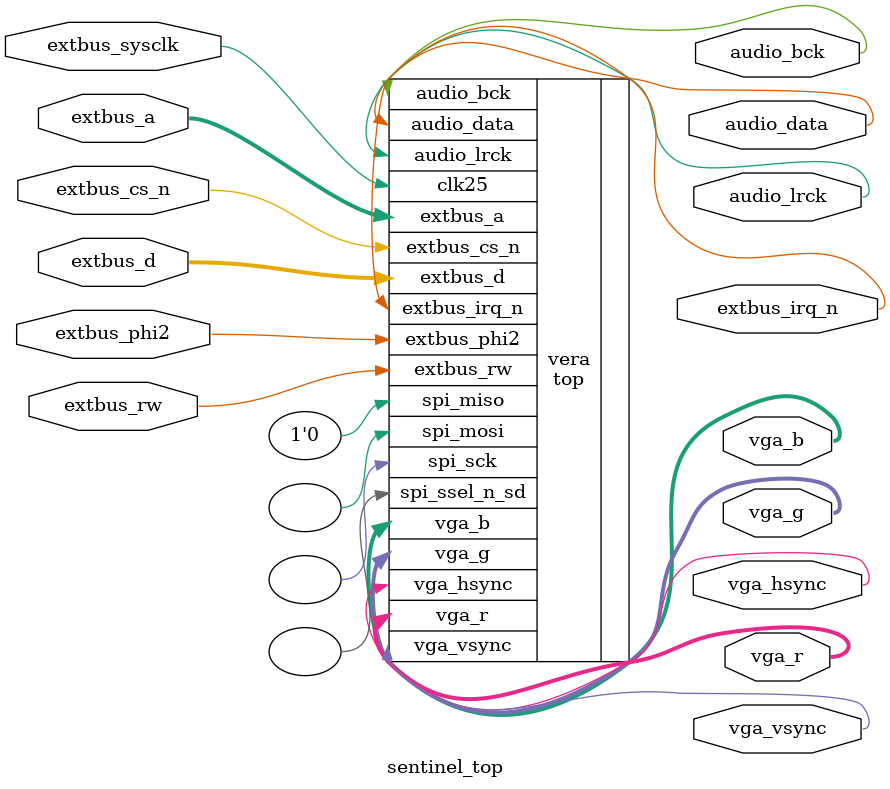
<source format=v>
`define WITH_SENTINEL

module sentinel_top(
    // VGA interface
    output wire [3:0] vga_r,
    output wire [3:0] vga_g,
    output wire [3:0] vga_b,
    output wire       vga_hsync,
    output wire       vga_vsync,

    // Audio output
    output wire       audio_lrck,
    output wire       audio_bck,
    output wire       audio_data,

    // External bus interface
    input  wire       extbus_sysclk,    /* Clock */
    input  wire       extbus_cs_n,   /* Chip Select */
    input  wire       extbus_phi2,     /* PHI2 clock */
    input  wire       extbus_rw,     /* Read/Write Strobe */
    input  wire [4:0] extbus_a,      /* Address */
    inout  wire [7:0] extbus_d,      /* Data (bi-directional) */
    output wire       extbus_irq_n   /* IRQ */
);

top vera(
    .clk25(extbus_sysclk),

    .vga_r(vga_r),
    .vga_g(vga_g),
    .vga_b(vga_b),
    .vga_hsync(vga_hsync),
    .vga_vsync(vga_vsync),

    .audio_lrck(audio_lrck),
    .audio_bck(audio_bck),
    .audio_data(audio_data),

    .spi_sck(),
    .spi_mosi(),
    .spi_miso(1'b0),
    .spi_ssel_n_sd(),

    .extbus_cs_n(extbus_cs_n),
	.extbus_phi2(extbus_phi2),
    .extbus_rw(extbus_rw),
    .extbus_a(extbus_a),
    .extbus_d(extbus_d),
    .extbus_irq_n(extbus_irq_n)
);

endmodule

</source>
